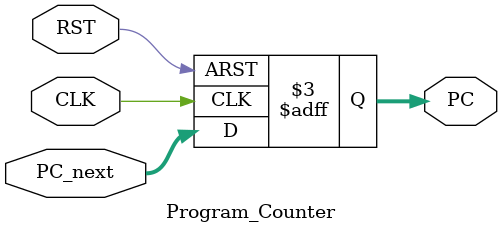
<source format=v>
module Program_Counter  #(parameter  PC_width = 'd32) 
  (
    input       [PC_width-1:0] PC_next,
    input                      CLK,
    input                      RST,
    output reg  [PC_width-1:0] PC);

always @(posedge CLK or negedge RST)
begin
    if(!RST) 
        PC <= 'b0; 

    else 
        PC <= PC_next;  
end
endmodule

</source>
